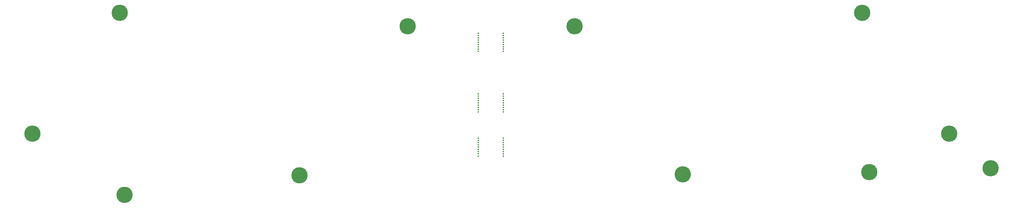
<source format=gbr>
%TF.GenerationSoftware,KiCad,Pcbnew,(5.1.6-0-10_14)*%
%TF.CreationDate,2020-09-29T15:02:50+02:00*%
%TF.ProjectId,bottom-plate,626f7474-6f6d-42d7-906c-6174652e6b69,rev?*%
%TF.SameCoordinates,Original*%
%TF.FileFunction,Soldermask,Bot*%
%TF.FilePolarity,Negative*%
%FSLAX46Y46*%
G04 Gerber Fmt 4.6, Leading zero omitted, Abs format (unit mm)*
G04 Created by KiCad (PCBNEW (5.1.6-0-10_14)) date 2020-09-29 15:02:50*
%MOMM*%
%LPD*%
G01*
G04 APERTURE LIST*
%ADD10C,0.400000*%
%ADD11C,4.300000*%
G04 APERTURE END LIST*
D10*
%TO.C,REF\u002A\u002A*%
X145288000Y-71710500D03*
X145288000Y-70523000D03*
X145288000Y-72304250D03*
X145288000Y-71116750D03*
X145288000Y-75273000D03*
X145288000Y-74679250D03*
X145288000Y-74085500D03*
X145288000Y-73491750D03*
X145288000Y-72898000D03*
%TD*%
%TO.C,REF\u002A\u002A*%
X145288000Y-44024500D03*
X145288000Y-42837000D03*
X145288000Y-44618250D03*
X145288000Y-43430750D03*
X145288000Y-47587000D03*
X145288000Y-46993250D03*
X145288000Y-46399500D03*
X145288000Y-45805750D03*
X145288000Y-45212000D03*
%TD*%
%TO.C,REF\u002A\u002A*%
X145288000Y-60026500D03*
X145288000Y-58839000D03*
X145288000Y-60620250D03*
X145288000Y-59432750D03*
X145288000Y-63589000D03*
X145288000Y-62995250D03*
X145288000Y-62401500D03*
X145288000Y-61807750D03*
X145288000Y-61214000D03*
%TD*%
%TO.C,REF\u002A\u002A*%
X151892000Y-61214000D03*
X151892000Y-61807750D03*
X151892000Y-62401500D03*
X151892000Y-62995250D03*
X151892000Y-63589000D03*
X151892000Y-59432750D03*
X151892000Y-60620250D03*
X151892000Y-58839000D03*
X151892000Y-60026500D03*
%TD*%
%TO.C,REF\u002A\u002A*%
X151892000Y-45212000D03*
X151892000Y-45805750D03*
X151892000Y-46399500D03*
X151892000Y-46993250D03*
X151892000Y-47587000D03*
X151892000Y-43430750D03*
X151892000Y-44618250D03*
X151892000Y-42837000D03*
X151892000Y-44024500D03*
%TD*%
%TO.C,REF\u002A\u002A*%
X151892000Y-72898000D03*
X151892000Y-73491750D03*
X151892000Y-74085500D03*
X151892000Y-74679250D03*
X151892000Y-75273000D03*
X151892000Y-71116750D03*
X151892000Y-72304250D03*
X151892000Y-70523000D03*
X151892000Y-71710500D03*
%TD*%
D11*
%TO.C,Ref\u002A\u002A*%
X248412000Y-79502000D03*
%TD*%
%TO.C,Ref\u002A\u002A*%
X269494000Y-69342000D03*
%TD*%
%TO.C,Ref\u002A\u002A*%
X280416000Y-78457000D03*
%TD*%
%TO.C,Ref\u002A\u002A*%
X51967321Y-85531031D03*
%TD*%
%TO.C,Ref\u002A\u002A*%
X98085500Y-80384000D03*
%TD*%
%TO.C,Ref\u002A\u002A*%
X126637500Y-40947500D03*
%TD*%
%TO.C,Ref\u002A\u002A*%
X50682500Y-37457500D03*
%TD*%
%TO.C,Ref\u002A\u002A*%
X27686000Y-69342000D03*
%TD*%
%TO.C,Ref\u002A\u002A*%
X170688000Y-40947500D03*
%TD*%
%TO.C,Ref\u002A\u002A*%
X246545500Y-37447500D03*
%TD*%
%TO.C,Ref\u002A\u002A*%
X199177500Y-80130000D03*
%TD*%
M02*

</source>
